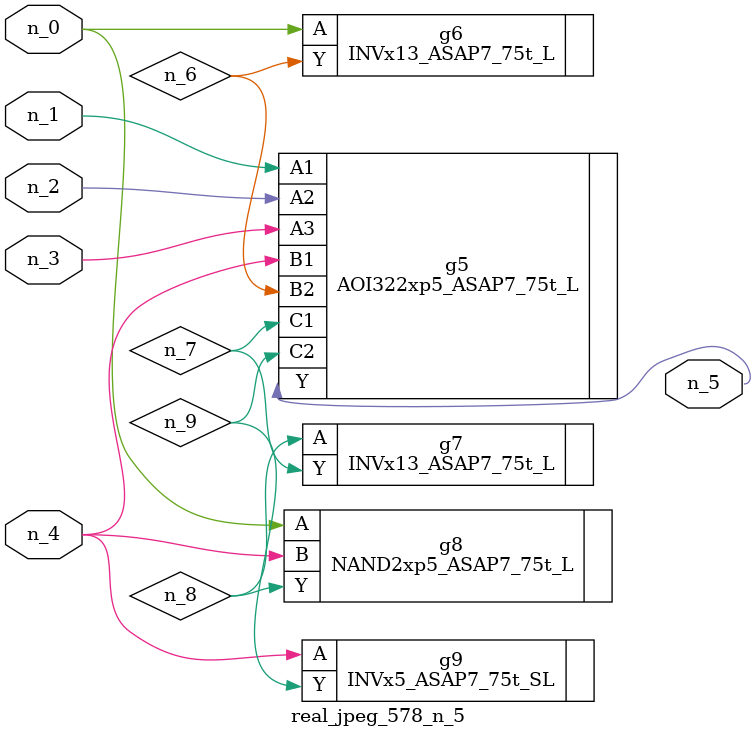
<source format=v>
module real_jpeg_578_n_5 (n_4, n_0, n_1, n_2, n_3, n_5);

input n_4;
input n_0;
input n_1;
input n_2;
input n_3;

output n_5;

wire n_8;
wire n_6;
wire n_7;
wire n_9;

INVx13_ASAP7_75t_L g6 ( 
.A(n_0),
.Y(n_6)
);

NAND2xp5_ASAP7_75t_L g8 ( 
.A(n_0),
.B(n_4),
.Y(n_8)
);

AOI322xp5_ASAP7_75t_L g5 ( 
.A1(n_1),
.A2(n_2),
.A3(n_3),
.B1(n_4),
.B2(n_6),
.C1(n_7),
.C2(n_9),
.Y(n_5)
);

INVx5_ASAP7_75t_SL g9 ( 
.A(n_4),
.Y(n_9)
);

INVx13_ASAP7_75t_L g7 ( 
.A(n_8),
.Y(n_7)
);


endmodule
</source>
